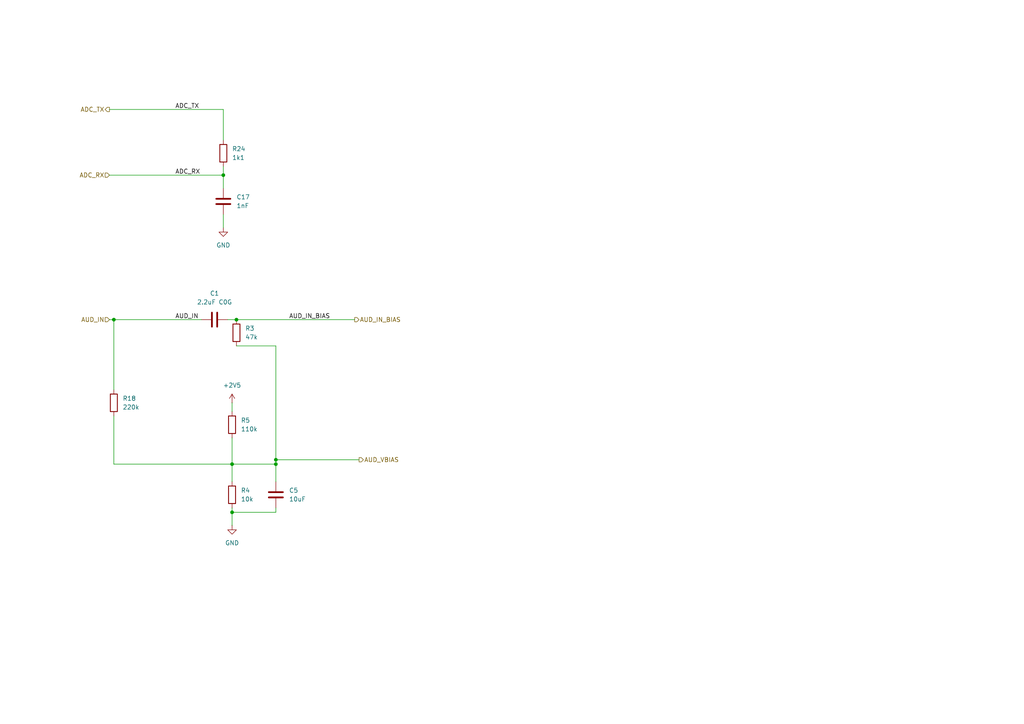
<source format=kicad_sch>
(kicad_sch
	(version 20250114)
	(generator "eeschema")
	(generator_version "9.0")
	(uuid "772ff847-a194-466b-b27b-2c6e74b275df")
	(paper "A4")
	(lib_symbols
		(symbol "Device:C"
			(pin_numbers
				(hide yes)
			)
			(pin_names
				(offset 0.254)
			)
			(exclude_from_sim no)
			(in_bom yes)
			(on_board yes)
			(property "Reference" "C"
				(at 0.635 2.54 0)
				(effects
					(font
						(size 1.27 1.27)
					)
					(justify left)
				)
			)
			(property "Value" "C"
				(at 0.635 -2.54 0)
				(effects
					(font
						(size 1.27 1.27)
					)
					(justify left)
				)
			)
			(property "Footprint" ""
				(at 0.9652 -3.81 0)
				(effects
					(font
						(size 1.27 1.27)
					)
					(hide yes)
				)
			)
			(property "Datasheet" "~"
				(at 0 0 0)
				(effects
					(font
						(size 1.27 1.27)
					)
					(hide yes)
				)
			)
			(property "Description" "Unpolarized capacitor"
				(at 0 0 0)
				(effects
					(font
						(size 1.27 1.27)
					)
					(hide yes)
				)
			)
			(property "ki_keywords" "cap capacitor"
				(at 0 0 0)
				(effects
					(font
						(size 1.27 1.27)
					)
					(hide yes)
				)
			)
			(property "ki_fp_filters" "C_*"
				(at 0 0 0)
				(effects
					(font
						(size 1.27 1.27)
					)
					(hide yes)
				)
			)
			(symbol "C_0_1"
				(polyline
					(pts
						(xy -2.032 0.762) (xy 2.032 0.762)
					)
					(stroke
						(width 0.508)
						(type default)
					)
					(fill
						(type none)
					)
				)
				(polyline
					(pts
						(xy -2.032 -0.762) (xy 2.032 -0.762)
					)
					(stroke
						(width 0.508)
						(type default)
					)
					(fill
						(type none)
					)
				)
			)
			(symbol "C_1_1"
				(pin passive line
					(at 0 3.81 270)
					(length 2.794)
					(name "~"
						(effects
							(font
								(size 1.27 1.27)
							)
						)
					)
					(number "1"
						(effects
							(font
								(size 1.27 1.27)
							)
						)
					)
				)
				(pin passive line
					(at 0 -3.81 90)
					(length 2.794)
					(name "~"
						(effects
							(font
								(size 1.27 1.27)
							)
						)
					)
					(number "2"
						(effects
							(font
								(size 1.27 1.27)
							)
						)
					)
				)
			)
			(embedded_fonts no)
		)
		(symbol "Device:R"
			(pin_numbers
				(hide yes)
			)
			(pin_names
				(offset 0)
			)
			(exclude_from_sim no)
			(in_bom yes)
			(on_board yes)
			(property "Reference" "R"
				(at 2.032 0 90)
				(effects
					(font
						(size 1.27 1.27)
					)
				)
			)
			(property "Value" "R"
				(at 0 0 90)
				(effects
					(font
						(size 1.27 1.27)
					)
				)
			)
			(property "Footprint" ""
				(at -1.778 0 90)
				(effects
					(font
						(size 1.27 1.27)
					)
					(hide yes)
				)
			)
			(property "Datasheet" "~"
				(at 0 0 0)
				(effects
					(font
						(size 1.27 1.27)
					)
					(hide yes)
				)
			)
			(property "Description" "Resistor"
				(at 0 0 0)
				(effects
					(font
						(size 1.27 1.27)
					)
					(hide yes)
				)
			)
			(property "ki_keywords" "R res resistor"
				(at 0 0 0)
				(effects
					(font
						(size 1.27 1.27)
					)
					(hide yes)
				)
			)
			(property "ki_fp_filters" "R_*"
				(at 0 0 0)
				(effects
					(font
						(size 1.27 1.27)
					)
					(hide yes)
				)
			)
			(symbol "R_0_1"
				(rectangle
					(start -1.016 -2.54)
					(end 1.016 2.54)
					(stroke
						(width 0.254)
						(type default)
					)
					(fill
						(type none)
					)
				)
			)
			(symbol "R_1_1"
				(pin passive line
					(at 0 3.81 270)
					(length 1.27)
					(name "~"
						(effects
							(font
								(size 1.27 1.27)
							)
						)
					)
					(number "1"
						(effects
							(font
								(size 1.27 1.27)
							)
						)
					)
				)
				(pin passive line
					(at 0 -3.81 90)
					(length 1.27)
					(name "~"
						(effects
							(font
								(size 1.27 1.27)
							)
						)
					)
					(number "2"
						(effects
							(font
								(size 1.27 1.27)
							)
						)
					)
				)
			)
			(embedded_fonts no)
		)
		(symbol "power:+2V5"
			(power)
			(pin_numbers
				(hide yes)
			)
			(pin_names
				(offset 0)
				(hide yes)
			)
			(exclude_from_sim no)
			(in_bom yes)
			(on_board yes)
			(property "Reference" "#PWR"
				(at 0 -3.81 0)
				(effects
					(font
						(size 1.27 1.27)
					)
					(hide yes)
				)
			)
			(property "Value" "+2V5"
				(at 0 3.556 0)
				(effects
					(font
						(size 1.27 1.27)
					)
				)
			)
			(property "Footprint" ""
				(at 0 0 0)
				(effects
					(font
						(size 1.27 1.27)
					)
					(hide yes)
				)
			)
			(property "Datasheet" ""
				(at 0 0 0)
				(effects
					(font
						(size 1.27 1.27)
					)
					(hide yes)
				)
			)
			(property "Description" "Power symbol creates a global label with name \"+2V5\""
				(at 0 0 0)
				(effects
					(font
						(size 1.27 1.27)
					)
					(hide yes)
				)
			)
			(property "ki_keywords" "global power"
				(at 0 0 0)
				(effects
					(font
						(size 1.27 1.27)
					)
					(hide yes)
				)
			)
			(symbol "+2V5_0_1"
				(polyline
					(pts
						(xy -0.762 1.27) (xy 0 2.54)
					)
					(stroke
						(width 0)
						(type default)
					)
					(fill
						(type none)
					)
				)
				(polyline
					(pts
						(xy 0 2.54) (xy 0.762 1.27)
					)
					(stroke
						(width 0)
						(type default)
					)
					(fill
						(type none)
					)
				)
				(polyline
					(pts
						(xy 0 0) (xy 0 2.54)
					)
					(stroke
						(width 0)
						(type default)
					)
					(fill
						(type none)
					)
				)
			)
			(symbol "+2V5_1_1"
				(pin power_in line
					(at 0 0 90)
					(length 0)
					(name "~"
						(effects
							(font
								(size 1.27 1.27)
							)
						)
					)
					(number "1"
						(effects
							(font
								(size 1.27 1.27)
							)
						)
					)
				)
			)
			(embedded_fonts no)
		)
		(symbol "power:GND"
			(power)
			(pin_numbers
				(hide yes)
			)
			(pin_names
				(offset 0)
				(hide yes)
			)
			(exclude_from_sim no)
			(in_bom yes)
			(on_board yes)
			(property "Reference" "#PWR"
				(at 0 -6.35 0)
				(effects
					(font
						(size 1.27 1.27)
					)
					(hide yes)
				)
			)
			(property "Value" "GND"
				(at 0 -3.81 0)
				(effects
					(font
						(size 1.27 1.27)
					)
				)
			)
			(property "Footprint" ""
				(at 0 0 0)
				(effects
					(font
						(size 1.27 1.27)
					)
					(hide yes)
				)
			)
			(property "Datasheet" ""
				(at 0 0 0)
				(effects
					(font
						(size 1.27 1.27)
					)
					(hide yes)
				)
			)
			(property "Description" "Power symbol creates a global label with name \"GND\" , ground"
				(at 0 0 0)
				(effects
					(font
						(size 1.27 1.27)
					)
					(hide yes)
				)
			)
			(property "ki_keywords" "global power"
				(at 0 0 0)
				(effects
					(font
						(size 1.27 1.27)
					)
					(hide yes)
				)
			)
			(symbol "GND_0_1"
				(polyline
					(pts
						(xy 0 0) (xy 0 -1.27) (xy 1.27 -1.27) (xy 0 -2.54) (xy -1.27 -1.27) (xy 0 -1.27)
					)
					(stroke
						(width 0)
						(type default)
					)
					(fill
						(type none)
					)
				)
			)
			(symbol "GND_1_1"
				(pin power_in line
					(at 0 0 270)
					(length 0)
					(name "~"
						(effects
							(font
								(size 1.27 1.27)
							)
						)
					)
					(number "1"
						(effects
							(font
								(size 1.27 1.27)
							)
						)
					)
				)
			)
			(embedded_fonts no)
		)
	)
	(junction
		(at 80.01 133.35)
		(diameter 0)
		(color 0 0 0 0)
		(uuid "21631f2b-ea1d-4654-ab94-ad8b0ac9d72c")
	)
	(junction
		(at 33.02 92.71)
		(diameter 0)
		(color 0 0 0 0)
		(uuid "4ef47c11-44a7-4950-adbb-0784ad5650ce")
	)
	(junction
		(at 80.01 134.62)
		(diameter 0)
		(color 0 0 0 0)
		(uuid "69fb3c55-a83b-4e11-a98e-1342a51f9021")
	)
	(junction
		(at 67.31 148.59)
		(diameter 0)
		(color 0 0 0 0)
		(uuid "ad1985dd-f893-4136-a76e-af41db7a8c88")
	)
	(junction
		(at 67.31 134.62)
		(diameter 0)
		(color 0 0 0 0)
		(uuid "c2bd121f-cf65-4a07-b2e5-c0ce02e2fed0")
	)
	(junction
		(at 64.77 50.8)
		(diameter 0)
		(color 0 0 0 0)
		(uuid "e2de462b-c113-4a94-9b74-4d9c4b42f9e5")
	)
	(junction
		(at 68.58 92.71)
		(diameter 0)
		(color 0 0 0 0)
		(uuid "eef71d24-4bb8-44d2-9eca-25cc800950cb")
	)
	(wire
		(pts
			(xy 66.04 92.71) (xy 68.58 92.71)
		)
		(stroke
			(width 0)
			(type default)
		)
		(uuid "001d2034-00fd-43e2-975b-75c796844e9a")
	)
	(wire
		(pts
			(xy 31.75 31.75) (xy 64.77 31.75)
		)
		(stroke
			(width 0)
			(type default)
		)
		(uuid "0cc43b31-eeac-49b5-8dde-6a7b30e322e9")
	)
	(wire
		(pts
			(xy 67.31 134.62) (xy 67.31 139.7)
		)
		(stroke
			(width 0)
			(type default)
		)
		(uuid "1dd1bcec-cecd-4a79-a59a-61c16fa16d66")
	)
	(wire
		(pts
			(xy 33.02 120.65) (xy 33.02 134.62)
		)
		(stroke
			(width 0)
			(type default)
		)
		(uuid "2a6d8a40-fc64-4bbd-81f1-1d09406cd6f3")
	)
	(wire
		(pts
			(xy 80.01 100.33) (xy 68.58 100.33)
		)
		(stroke
			(width 0)
			(type default)
		)
		(uuid "2ea1501c-2938-4c45-ba77-fee0cc427a49")
	)
	(wire
		(pts
			(xy 64.77 40.64) (xy 64.77 31.75)
		)
		(stroke
			(width 0)
			(type default)
		)
		(uuid "3cef5acd-41b8-4342-b27f-e9d9a81eda32")
	)
	(wire
		(pts
			(xy 80.01 133.35) (xy 104.14 133.35)
		)
		(stroke
			(width 0)
			(type default)
		)
		(uuid "43cc5791-0b6b-4507-89d8-9a1fa2619005")
	)
	(wire
		(pts
			(xy 80.01 100.33) (xy 80.01 133.35)
		)
		(stroke
			(width 0)
			(type default)
		)
		(uuid "4fb39f44-b2a6-4e5b-96de-97d11a0b6c97")
	)
	(wire
		(pts
			(xy 67.31 148.59) (xy 80.01 148.59)
		)
		(stroke
			(width 0)
			(type default)
		)
		(uuid "53e362ce-1887-43af-9dc9-a7bd76ce5d41")
	)
	(wire
		(pts
			(xy 80.01 148.59) (xy 80.01 147.32)
		)
		(stroke
			(width 0)
			(type default)
		)
		(uuid "5f249474-d5f8-42ae-b870-507d178d9ffd")
	)
	(wire
		(pts
			(xy 31.75 92.71) (xy 33.02 92.71)
		)
		(stroke
			(width 0)
			(type default)
		)
		(uuid "6a5c9f25-69b7-4a49-9fa2-992725797057")
	)
	(wire
		(pts
			(xy 67.31 127) (xy 67.31 134.62)
		)
		(stroke
			(width 0)
			(type default)
		)
		(uuid "6bd99f29-55d9-4590-8a4d-c3a592bcbc02")
	)
	(wire
		(pts
			(xy 33.02 92.71) (xy 33.02 113.03)
		)
		(stroke
			(width 0)
			(type default)
		)
		(uuid "874afdb7-5a98-4148-a5e0-d8bbbfebe2a6")
	)
	(wire
		(pts
			(xy 64.77 62.23) (xy 64.77 66.04)
		)
		(stroke
			(width 0)
			(type default)
		)
		(uuid "9a8bdc72-bcce-4b45-b6ba-f2b3e0cbceba")
	)
	(wire
		(pts
			(xy 80.01 133.35) (xy 80.01 134.62)
		)
		(stroke
			(width 0)
			(type default)
		)
		(uuid "9e03f838-b990-470e-8b1f-697b4584db30")
	)
	(wire
		(pts
			(xy 80.01 139.7) (xy 80.01 134.62)
		)
		(stroke
			(width 0)
			(type default)
		)
		(uuid "9fc66f45-7578-4834-a632-c098c0187004")
	)
	(wire
		(pts
			(xy 64.77 50.8) (xy 64.77 54.61)
		)
		(stroke
			(width 0)
			(type default)
		)
		(uuid "a0195bb6-a69e-4d5f-be47-c5f7ee4646af")
	)
	(wire
		(pts
			(xy 67.31 147.32) (xy 67.31 148.59)
		)
		(stroke
			(width 0)
			(type default)
		)
		(uuid "aa4e78dd-5f6e-49af-8435-907e960b5411")
	)
	(wire
		(pts
			(xy 31.75 50.8) (xy 64.77 50.8)
		)
		(stroke
			(width 0)
			(type default)
		)
		(uuid "b0f1ec8e-8924-4f38-a55b-916139eb51b1")
	)
	(wire
		(pts
			(xy 67.31 116.84) (xy 67.31 119.38)
		)
		(stroke
			(width 0)
			(type default)
		)
		(uuid "b18d8660-1ad0-4726-bc59-6720ffa5497d")
	)
	(wire
		(pts
			(xy 80.01 134.62) (xy 67.31 134.62)
		)
		(stroke
			(width 0)
			(type default)
		)
		(uuid "bdcddb90-5bde-40e5-a241-159eae7ddd91")
	)
	(wire
		(pts
			(xy 67.31 148.59) (xy 67.31 152.4)
		)
		(stroke
			(width 0)
			(type default)
		)
		(uuid "c6ccff82-b35e-435b-acf6-c8b6432c9f07")
	)
	(wire
		(pts
			(xy 33.02 134.62) (xy 67.31 134.62)
		)
		(stroke
			(width 0)
			(type default)
		)
		(uuid "c6fee73c-e9bd-47c4-b99a-aa2855b1074a")
	)
	(wire
		(pts
			(xy 33.02 92.71) (xy 58.42 92.71)
		)
		(stroke
			(width 0)
			(type default)
		)
		(uuid "d5851c72-42c2-49c2-8931-283ecadedda6")
	)
	(wire
		(pts
			(xy 64.77 48.26) (xy 64.77 50.8)
		)
		(stroke
			(width 0)
			(type default)
		)
		(uuid "ebd0cfe5-0e2b-4486-94f2-e92587b30be9")
	)
	(wire
		(pts
			(xy 68.58 92.71) (xy 102.87 92.71)
		)
		(stroke
			(width 0)
			(type default)
		)
		(uuid "f98d7ac1-13ab-46f7-96fc-a41bc6c44cca")
	)
	(label "ADC_RX"
		(at 50.8 50.8 0)
		(effects
			(font
				(size 1.27 1.27)
			)
			(justify left bottom)
		)
		(uuid "378375b1-1290-42fc-8e13-4247b057fb56")
	)
	(label "AUD_IN"
		(at 50.8 92.71 0)
		(effects
			(font
				(size 1.27 1.27)
			)
			(justify left bottom)
		)
		(uuid "87380dec-790d-4b03-9eda-0b883195d5f5")
	)
	(label "AUD_IN_BIAS"
		(at 83.82 92.71 0)
		(effects
			(font
				(size 1.27 1.27)
			)
			(justify left bottom)
		)
		(uuid "b78e23d8-8604-4296-b644-1e51c2d197bb")
	)
	(label "ADC_TX"
		(at 50.8 31.75 0)
		(effects
			(font
				(size 1.27 1.27)
			)
			(justify left bottom)
		)
		(uuid "c1ca05a6-4cdc-4ad5-89ec-b4d94499e3f3")
	)
	(hierarchical_label "AUD_IN_BIAS"
		(shape output)
		(at 102.87 92.71 0)
		(effects
			(font
				(size 1.27 1.27)
			)
			(justify left)
		)
		(uuid "01f0a8c4-f828-4fd3-b22a-817b26ed8b59")
	)
	(hierarchical_label "ADC_RX"
		(shape input)
		(at 31.75 50.8 180)
		(effects
			(font
				(size 1.27 1.27)
			)
			(justify right)
		)
		(uuid "9ac4167d-c812-4cd6-a312-c1e6f6b895e8")
	)
	(hierarchical_label "AUD_VBIAS"
		(shape output)
		(at 104.14 133.35 0)
		(effects
			(font
				(size 1.27 1.27)
			)
			(justify left)
		)
		(uuid "c5a1c357-bb65-401f-94e9-b89f32113b85")
	)
	(hierarchical_label "ADC_TX"
		(shape output)
		(at 31.75 31.75 180)
		(effects
			(font
				(size 1.27 1.27)
			)
			(justify right)
		)
		(uuid "cff769a2-6a55-4662-b14a-93983a23f6df")
	)
	(hierarchical_label "AUD_IN"
		(shape input)
		(at 31.75 92.71 180)
		(effects
			(font
				(size 1.27 1.27)
			)
			(justify right)
		)
		(uuid "db1fb264-23fa-4873-a117-03727fe5621e")
	)
	(symbol
		(lib_id "Device:R")
		(at 33.02 116.84 0)
		(unit 1)
		(exclude_from_sim no)
		(in_bom yes)
		(on_board yes)
		(dnp no)
		(fields_autoplaced yes)
		(uuid "1a1ea1ff-eb7f-43f9-b853-7e9fe098ca8f")
		(property "Reference" "R18"
			(at 35.56 115.5699 0)
			(effects
				(font
					(size 1.27 1.27)
				)
				(justify left)
			)
		)
		(property "Value" "220k"
			(at 35.56 118.1099 0)
			(effects
				(font
					(size 1.27 1.27)
				)
				(justify left)
			)
		)
		(property "Footprint" "Resistor_SMD:R_0603_1608Metric"
			(at 31.242 116.84 90)
			(effects
				(font
					(size 1.27 1.27)
				)
				(hide yes)
			)
		)
		(property "Datasheet" "~"
			(at 33.02 116.84 0)
			(effects
				(font
					(size 1.27 1.27)
				)
				(hide yes)
			)
		)
		(property "Description" "Resistor"
			(at 33.02 116.84 0)
			(effects
				(font
					(size 1.27 1.27)
				)
				(hide yes)
			)
		)
		(pin "1"
			(uuid "8966611b-4ba7-41af-9d12-87eb05aad483")
		)
		(pin "2"
			(uuid "5014b0bd-7223-4f11-92ba-38a5ee190a70")
		)
		(instances
			(project "pokeymax4_5"
				(path "/f8f92944-710a-49a0-a698-f840e5f20e15/1dc50d40-2acd-4c26-808b-1819716fc764"
					(reference "R18")
					(unit 1)
				)
			)
		)
	)
	(symbol
		(lib_id "power:+2V5")
		(at 67.31 116.84 0)
		(unit 1)
		(exclude_from_sim no)
		(in_bom yes)
		(on_board yes)
		(dnp no)
		(fields_autoplaced yes)
		(uuid "4492d9c5-9f0c-4434-b18a-0a87f8a7320a")
		(property "Reference" "#PWR038"
			(at 67.31 120.65 0)
			(effects
				(font
					(size 1.27 1.27)
				)
				(hide yes)
			)
		)
		(property "Value" "+2V5"
			(at 67.31 111.76 0)
			(effects
				(font
					(size 1.27 1.27)
				)
			)
		)
		(property "Footprint" ""
			(at 67.31 116.84 0)
			(effects
				(font
					(size 1.27 1.27)
				)
				(hide yes)
			)
		)
		(property "Datasheet" ""
			(at 67.31 116.84 0)
			(effects
				(font
					(size 1.27 1.27)
				)
				(hide yes)
			)
		)
		(property "Description" "Power symbol creates a global label with name \"+2V5\""
			(at 67.31 116.84 0)
			(effects
				(font
					(size 1.27 1.27)
				)
				(hide yes)
			)
		)
		(pin "1"
			(uuid "3824f770-5cb1-4f02-a890-7a1b043ff467")
		)
		(instances
			(project "pokeymax4_5"
				(path "/f8f92944-710a-49a0-a698-f840e5f20e15/1dc50d40-2acd-4c26-808b-1819716fc764"
					(reference "#PWR038")
					(unit 1)
				)
			)
		)
	)
	(symbol
		(lib_id "Device:R")
		(at 67.31 123.19 0)
		(unit 1)
		(exclude_from_sim no)
		(in_bom yes)
		(on_board yes)
		(dnp no)
		(fields_autoplaced yes)
		(uuid "780f7e9c-b61e-412a-8623-462f256e1770")
		(property "Reference" "R5"
			(at 69.85 121.9199 0)
			(effects
				(font
					(size 1.27 1.27)
				)
				(justify left)
			)
		)
		(property "Value" "110k"
			(at 69.85 124.4599 0)
			(effects
				(font
					(size 1.27 1.27)
				)
				(justify left)
			)
		)
		(property "Footprint" "Resistor_SMD:R_0603_1608Metric"
			(at 65.532 123.19 90)
			(effects
				(font
					(size 1.27 1.27)
				)
				(hide yes)
			)
		)
		(property "Datasheet" "~"
			(at 67.31 123.19 0)
			(effects
				(font
					(size 1.27 1.27)
				)
				(hide yes)
			)
		)
		(property "Description" "Resistor"
			(at 67.31 123.19 0)
			(effects
				(font
					(size 1.27 1.27)
				)
				(hide yes)
			)
		)
		(pin "1"
			(uuid "43b73002-03c3-4fdf-801f-40ece299f585")
		)
		(pin "2"
			(uuid "01513ca9-8625-437e-8fd1-21e5ba04b2cb")
		)
		(instances
			(project "pokeymax4_5"
				(path "/f8f92944-710a-49a0-a698-f840e5f20e15/1dc50d40-2acd-4c26-808b-1819716fc764"
					(reference "R5")
					(unit 1)
				)
			)
		)
	)
	(symbol
		(lib_id "Device:R")
		(at 68.58 96.52 0)
		(unit 1)
		(exclude_from_sim no)
		(in_bom yes)
		(on_board yes)
		(dnp no)
		(fields_autoplaced yes)
		(uuid "93ed9da9-f80a-47d2-935c-b25dac6ec717")
		(property "Reference" "R3"
			(at 71.12 95.2499 0)
			(effects
				(font
					(size 1.27 1.27)
				)
				(justify left)
			)
		)
		(property "Value" "47k"
			(at 71.12 97.7899 0)
			(effects
				(font
					(size 1.27 1.27)
				)
				(justify left)
			)
		)
		(property "Footprint" "Resistor_SMD:R_0603_1608Metric"
			(at 66.802 96.52 90)
			(effects
				(font
					(size 1.27 1.27)
				)
				(hide yes)
			)
		)
		(property "Datasheet" "~"
			(at 68.58 96.52 0)
			(effects
				(font
					(size 1.27 1.27)
				)
				(hide yes)
			)
		)
		(property "Description" "Resistor"
			(at 68.58 96.52 0)
			(effects
				(font
					(size 1.27 1.27)
				)
				(hide yes)
			)
		)
		(pin "1"
			(uuid "22496743-8826-4602-b5d2-2bc2af10ea9e")
		)
		(pin "2"
			(uuid "34b26095-c4e5-47bd-845c-f59e565f4b57")
		)
		(instances
			(project "pokeymax4_5"
				(path "/f8f92944-710a-49a0-a698-f840e5f20e15/1dc50d40-2acd-4c26-808b-1819716fc764"
					(reference "R3")
					(unit 1)
				)
			)
		)
	)
	(symbol
		(lib_id "Device:C")
		(at 62.23 92.71 90)
		(unit 1)
		(exclude_from_sim no)
		(in_bom yes)
		(on_board yes)
		(dnp no)
		(fields_autoplaced yes)
		(uuid "93fcf6e1-b585-468f-9553-649934a95976")
		(property "Reference" "C1"
			(at 62.23 85.09 90)
			(effects
				(font
					(size 1.27 1.27)
				)
			)
		)
		(property "Value" "2.2uF C0G"
			(at 62.23 87.63 90)
			(effects
				(font
					(size 1.27 1.27)
				)
			)
		)
		(property "Footprint" "Capacitor_SMD:C_0603_1608Metric"
			(at 66.04 91.7448 0)
			(effects
				(font
					(size 1.27 1.27)
				)
				(hide yes)
			)
		)
		(property "Datasheet" "~"
			(at 62.23 92.71 0)
			(effects
				(font
					(size 1.27 1.27)
				)
				(hide yes)
			)
		)
		(property "Description" "Unpolarized capacitor"
			(at 62.23 92.71 0)
			(effects
				(font
					(size 1.27 1.27)
				)
				(hide yes)
			)
		)
		(pin "1"
			(uuid "d50d7e13-a5c6-4a53-8b81-028ece97e93b")
		)
		(pin "2"
			(uuid "cb5fd505-de36-432b-9769-bec05de6661f")
		)
		(instances
			(project "pokeymax4_5"
				(path "/f8f92944-710a-49a0-a698-f840e5f20e15/1dc50d40-2acd-4c26-808b-1819716fc764"
					(reference "C1")
					(unit 1)
				)
			)
		)
	)
	(symbol
		(lib_id "power:GND")
		(at 64.77 66.04 0)
		(unit 1)
		(exclude_from_sim no)
		(in_bom yes)
		(on_board yes)
		(dnp no)
		(fields_autoplaced yes)
		(uuid "945972f6-456c-4710-9df2-33dc825f4d15")
		(property "Reference" "#PWR036"
			(at 64.77 72.39 0)
			(effects
				(font
					(size 1.27 1.27)
				)
				(hide yes)
			)
		)
		(property "Value" "GND"
			(at 64.77 71.12 0)
			(effects
				(font
					(size 1.27 1.27)
				)
			)
		)
		(property "Footprint" ""
			(at 64.77 66.04 0)
			(effects
				(font
					(size 1.27 1.27)
				)
				(hide yes)
			)
		)
		(property "Datasheet" ""
			(at 64.77 66.04 0)
			(effects
				(font
					(size 1.27 1.27)
				)
				(hide yes)
			)
		)
		(property "Description" "Power symbol creates a global label with name \"GND\" , ground"
			(at 64.77 66.04 0)
			(effects
				(font
					(size 1.27 1.27)
				)
				(hide yes)
			)
		)
		(pin "1"
			(uuid "ad522a48-b0af-498a-95c5-1623c31d2589")
		)
		(instances
			(project ""
				(path "/f8f92944-710a-49a0-a698-f840e5f20e15/1dc50d40-2acd-4c26-808b-1819716fc764"
					(reference "#PWR036")
					(unit 1)
				)
			)
		)
	)
	(symbol
		(lib_id "Device:R")
		(at 64.77 44.45 0)
		(unit 1)
		(exclude_from_sim no)
		(in_bom yes)
		(on_board yes)
		(dnp no)
		(fields_autoplaced yes)
		(uuid "971f0099-318a-42a4-aee4-8740ef73c374")
		(property "Reference" "R24"
			(at 67.31 43.1799 0)
			(effects
				(font
					(size 1.27 1.27)
				)
				(justify left)
			)
		)
		(property "Value" "1k1"
			(at 67.31 45.7199 0)
			(effects
				(font
					(size 1.27 1.27)
				)
				(justify left)
			)
		)
		(property "Footprint" "Resistor_SMD:R_0402_1005Metric"
			(at 62.992 44.45 90)
			(effects
				(font
					(size 1.27 1.27)
				)
				(hide yes)
			)
		)
		(property "Datasheet" "~"
			(at 64.77 44.45 0)
			(effects
				(font
					(size 1.27 1.27)
				)
				(hide yes)
			)
		)
		(property "Description" "Resistor"
			(at 64.77 44.45 0)
			(effects
				(font
					(size 1.27 1.27)
				)
				(hide yes)
			)
		)
		(pin "2"
			(uuid "dab00a8d-7729-438e-9673-63813aa46a87")
		)
		(pin "1"
			(uuid "3b0f4286-72c6-4efe-8ad1-89c5b67e5d0a")
		)
		(instances
			(project ""
				(path "/f8f92944-710a-49a0-a698-f840e5f20e15/1dc50d40-2acd-4c26-808b-1819716fc764"
					(reference "R24")
					(unit 1)
				)
			)
		)
	)
	(symbol
		(lib_id "Device:C")
		(at 64.77 58.42 0)
		(unit 1)
		(exclude_from_sim no)
		(in_bom yes)
		(on_board yes)
		(dnp no)
		(fields_autoplaced yes)
		(uuid "abe35a00-08d8-443a-9731-b3df85251e37")
		(property "Reference" "C17"
			(at 68.58 57.1499 0)
			(effects
				(font
					(size 1.27 1.27)
				)
				(justify left)
			)
		)
		(property "Value" "1nF"
			(at 68.58 59.6899 0)
			(effects
				(font
					(size 1.27 1.27)
				)
				(justify left)
			)
		)
		(property "Footprint" "Capacitor_SMD:C_0402_1005Metric"
			(at 65.7352 62.23 0)
			(effects
				(font
					(size 1.27 1.27)
				)
				(hide yes)
			)
		)
		(property "Datasheet" "~"
			(at 64.77 58.42 0)
			(effects
				(font
					(size 1.27 1.27)
				)
				(hide yes)
			)
		)
		(property "Description" "Unpolarized capacitor"
			(at 64.77 58.42 0)
			(effects
				(font
					(size 1.27 1.27)
				)
				(hide yes)
			)
		)
		(pin "1"
			(uuid "affee368-0878-49ce-8cc1-ea404548f731")
		)
		(pin "2"
			(uuid "d22beb7c-fea3-4044-92a5-0dffacc266e2")
		)
		(instances
			(project ""
				(path "/f8f92944-710a-49a0-a698-f840e5f20e15/1dc50d40-2acd-4c26-808b-1819716fc764"
					(reference "C17")
					(unit 1)
				)
			)
		)
	)
	(symbol
		(lib_id "Device:C")
		(at 80.01 143.51 180)
		(unit 1)
		(exclude_from_sim no)
		(in_bom yes)
		(on_board yes)
		(dnp no)
		(fields_autoplaced yes)
		(uuid "c3c3bbbc-294d-4968-9488-9b11e95ea663")
		(property "Reference" "C5"
			(at 83.82 142.2399 0)
			(effects
				(font
					(size 1.27 1.27)
				)
				(justify right)
			)
		)
		(property "Value" "10uF"
			(at 83.82 144.7799 0)
			(effects
				(font
					(size 1.27 1.27)
				)
				(justify right)
			)
		)
		(property "Footprint" "Capacitor_SMD:C_0603_1608Metric"
			(at 79.0448 139.7 0)
			(effects
				(font
					(size 1.27 1.27)
				)
				(hide yes)
			)
		)
		(property "Datasheet" "~"
			(at 80.01 143.51 0)
			(effects
				(font
					(size 1.27 1.27)
				)
				(hide yes)
			)
		)
		(property "Description" "Unpolarized capacitor"
			(at 80.01 143.51 0)
			(effects
				(font
					(size 1.27 1.27)
				)
				(hide yes)
			)
		)
		(pin "1"
			(uuid "f6dc844a-1c25-4206-87ec-f6291b0aab96")
		)
		(pin "2"
			(uuid "dd4e351f-cf90-44fb-8881-510498915556")
		)
		(instances
			(project "pokeymax4_5"
				(path "/f8f92944-710a-49a0-a698-f840e5f20e15/1dc50d40-2acd-4c26-808b-1819716fc764"
					(reference "C5")
					(unit 1)
				)
			)
		)
	)
	(symbol
		(lib_id "Device:R")
		(at 67.31 143.51 0)
		(unit 1)
		(exclude_from_sim no)
		(in_bom yes)
		(on_board yes)
		(dnp no)
		(fields_autoplaced yes)
		(uuid "d58023cd-ad79-4965-b5d1-74dbf1093308")
		(property "Reference" "R4"
			(at 69.85 142.2399 0)
			(effects
				(font
					(size 1.27 1.27)
				)
				(justify left)
			)
		)
		(property "Value" "10k"
			(at 69.85 144.7799 0)
			(effects
				(font
					(size 1.27 1.27)
				)
				(justify left)
			)
		)
		(property "Footprint" "Resistor_SMD:R_0603_1608Metric"
			(at 65.532 143.51 90)
			(effects
				(font
					(size 1.27 1.27)
				)
				(hide yes)
			)
		)
		(property "Datasheet" "~"
			(at 67.31 143.51 0)
			(effects
				(font
					(size 1.27 1.27)
				)
				(hide yes)
			)
		)
		(property "Description" "Resistor"
			(at 67.31 143.51 0)
			(effects
				(font
					(size 1.27 1.27)
				)
				(hide yes)
			)
		)
		(pin "1"
			(uuid "2729f1d3-ccd5-4b30-b1b1-f1cb8a9d6237")
		)
		(pin "2"
			(uuid "8536d14f-4c94-4631-9790-3b3cd1835adf")
		)
		(instances
			(project "pokeymax4_5"
				(path "/f8f92944-710a-49a0-a698-f840e5f20e15/1dc50d40-2acd-4c26-808b-1819716fc764"
					(reference "R4")
					(unit 1)
				)
			)
		)
	)
	(symbol
		(lib_id "power:GND")
		(at 67.31 152.4 0)
		(unit 1)
		(exclude_from_sim no)
		(in_bom yes)
		(on_board yes)
		(dnp no)
		(fields_autoplaced yes)
		(uuid "d9cb2843-1bc3-4eb9-81b8-c792523866f7")
		(property "Reference" "#PWR037"
			(at 67.31 158.75 0)
			(effects
				(font
					(size 1.27 1.27)
				)
				(hide yes)
			)
		)
		(property "Value" "GND"
			(at 67.31 157.48 0)
			(effects
				(font
					(size 1.27 1.27)
				)
			)
		)
		(property "Footprint" ""
			(at 67.31 152.4 0)
			(effects
				(font
					(size 1.27 1.27)
				)
				(hide yes)
			)
		)
		(property "Datasheet" ""
			(at 67.31 152.4 0)
			(effects
				(font
					(size 1.27 1.27)
				)
				(hide yes)
			)
		)
		(property "Description" "Power symbol creates a global label with name \"GND\" , ground"
			(at 67.31 152.4 0)
			(effects
				(font
					(size 1.27 1.27)
				)
				(hide yes)
			)
		)
		(pin "1"
			(uuid "ea3258cb-1e85-4d9b-834d-2092b1fe5ad2")
		)
		(instances
			(project "pokeymax4_5"
				(path "/f8f92944-710a-49a0-a698-f840e5f20e15/1dc50d40-2acd-4c26-808b-1819716fc764"
					(reference "#PWR037")
					(unit 1)
				)
			)
		)
	)
)

</source>
